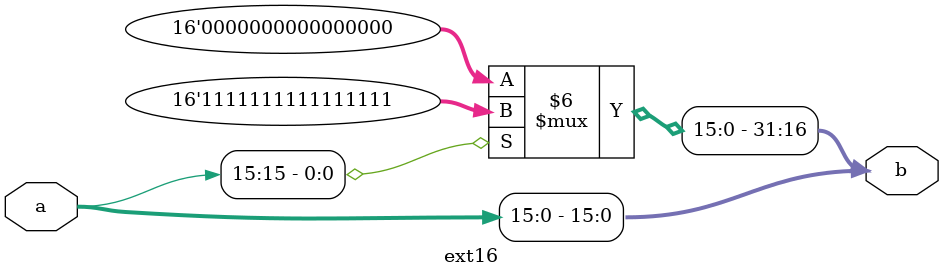
<source format=v>
`timescale 1ns / 1ps


module ext16
    #(parameter DEPTH=16)
    (input [DEPTH-1:0] a,
    output reg [31:0] b);

    always@(a) begin
        if(a[DEPTH-1]==1)
        begin
           b[31:0]=32'hffffffff;
           b[DEPTH-1:0]=a[DEPTH-1:0];
        end
        else
        begin
            b[31:0]=32'h00000000;
            b[DEPTH-1:0]=a[DEPTH-1:0];
        end
    end
endmodule
</source>
